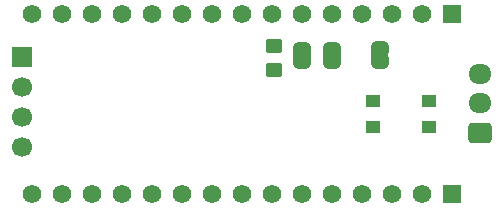
<source format=gbr>
%TF.GenerationSoftware,KiCad,Pcbnew,9.0.1*%
%TF.CreationDate,2025-04-21T23:50:01-04:00*%
%TF.ProjectId,can-nano-shield,63616e2d-6e61-46e6-9f2d-736869656c64,rev?*%
%TF.SameCoordinates,Original*%
%TF.FileFunction,Soldermask,Top*%
%TF.FilePolarity,Negative*%
%FSLAX46Y46*%
G04 Gerber Fmt 4.6, Leading zero omitted, Abs format (unit mm)*
G04 Created by KiCad (PCBNEW 9.0.1) date 2025-04-21 23:50:01*
%MOMM*%
%LPD*%
G01*
G04 APERTURE LIST*
G04 Aperture macros list*
%AMRoundRect*
0 Rectangle with rounded corners*
0 $1 Rounding radius*
0 $2 $3 $4 $5 $6 $7 $8 $9 X,Y pos of 4 corners*
0 Add a 4 corners polygon primitive as box body*
4,1,4,$2,$3,$4,$5,$6,$7,$8,$9,$2,$3,0*
0 Add four circle primitives for the rounded corners*
1,1,$1+$1,$2,$3*
1,1,$1+$1,$4,$5*
1,1,$1+$1,$6,$7*
1,1,$1+$1,$8,$9*
0 Add four rect primitives between the rounded corners*
20,1,$1+$1,$2,$3,$4,$5,0*
20,1,$1+$1,$4,$5,$6,$7,0*
20,1,$1+$1,$6,$7,$8,$9,0*
20,1,$1+$1,$8,$9,$2,$3,0*%
%AMFreePoly0*
4,1,23,0.500000,-0.750000,0.000000,-0.750000,0.000000,-0.745722,-0.065263,-0.745722,-0.191342,-0.711940,-0.304381,-0.646677,-0.396677,-0.554381,-0.461940,-0.441342,-0.495722,-0.315263,-0.495722,-0.250000,-0.500000,-0.250000,-0.500000,0.250000,-0.495722,0.250000,-0.495722,0.315263,-0.461940,0.441342,-0.396677,0.554381,-0.304381,0.646677,-0.191342,0.711940,-0.065263,0.745722,0.000000,0.745722,
0.000000,0.750000,0.500000,0.750000,0.500000,-0.750000,0.500000,-0.750000,$1*%
%AMFreePoly1*
4,1,23,0.000000,0.745722,0.065263,0.745722,0.191342,0.711940,0.304381,0.646677,0.396677,0.554381,0.461940,0.441342,0.495722,0.315263,0.495722,0.250000,0.500000,0.250000,0.500000,-0.250000,0.495722,-0.250000,0.495722,-0.315263,0.461940,-0.441342,0.396677,-0.554381,0.304381,-0.646677,0.191342,-0.711940,0.065263,-0.745722,0.000000,-0.745722,0.000000,-0.750000,-0.500000,-0.750000,
-0.500000,0.750000,0.000000,0.750000,0.000000,0.745722,0.000000,0.745722,$1*%
G04 Aperture macros list end*
%ADD10FreePoly0,270.000000*%
%ADD11FreePoly1,270.000000*%
%ADD12RoundRect,0.102000X0.685000X0.685000X-0.685000X0.685000X-0.685000X-0.685000X0.685000X-0.685000X0*%
%ADD13C,1.574000*%
%ADD14RoundRect,0.250000X0.725000X-0.600000X0.725000X0.600000X-0.725000X0.600000X-0.725000X-0.600000X0*%
%ADD15O,1.950000X1.700000*%
%ADD16RoundRect,0.250000X-0.450000X0.350000X-0.450000X-0.350000X0.450000X-0.350000X0.450000X0.350000X0*%
%ADD17R,1.219200X0.990600*%
%ADD18R,1.700000X1.700000*%
%ADD19C,1.700000*%
G04 APERTURE END LIST*
%TO.C,JP3*%
G36*
X139450000Y-88050000D02*
G01*
X137950000Y-88050000D01*
X137950000Y-88350000D01*
X139450000Y-88350000D01*
X139450000Y-88050000D01*
G37*
%TO.C,JP4*%
G36*
X142025000Y-88050000D02*
G01*
X140525000Y-88050000D01*
X140525000Y-88350000D01*
X142025000Y-88350000D01*
X142025000Y-88050000D01*
G37*
%TO.C,JP5*%
G36*
X146050000Y-88025000D02*
G01*
X144550000Y-88025000D01*
X144550000Y-88325000D01*
X146050000Y-88325000D01*
X146050000Y-88025000D01*
G37*
%TD*%
D10*
%TO.C,JP3*%
X138700000Y-87550000D03*
D11*
X138700000Y-88850000D03*
%TD*%
D10*
%TO.C,JP4*%
X141275000Y-87550000D03*
D11*
X141275000Y-88850000D03*
%TD*%
D12*
%TO.C,J2*%
X151400000Y-99930000D03*
D13*
X148860000Y-99930000D03*
X146320000Y-99930000D03*
X143780000Y-99930000D03*
X141240000Y-99930000D03*
X138700000Y-99930000D03*
X136160000Y-99930000D03*
X133620000Y-99930000D03*
X131080000Y-99930000D03*
X128540000Y-99930000D03*
X126000000Y-99930000D03*
X123460000Y-99930000D03*
X120920000Y-99930000D03*
X118380000Y-99930000D03*
X115840000Y-99930000D03*
%TD*%
D14*
%TO.C,J4*%
X153790000Y-94780000D03*
D15*
X153790000Y-92280000D03*
X153790000Y-89780000D03*
%TD*%
D16*
%TO.C,R1*%
X136325000Y-87425000D03*
X136325000Y-89425000D03*
%TD*%
D10*
%TO.C,JP5*%
X145300000Y-87525000D03*
D11*
X145300000Y-88825000D03*
%TD*%
D17*
%TO.C,T1*%
X144781000Y-94320000D03*
X149480000Y-94320000D03*
X149480000Y-92120000D03*
X144781000Y-92120000D03*
%TD*%
D12*
%TO.C,J1*%
X151405000Y-84700000D03*
D13*
X148865000Y-84700000D03*
X146325000Y-84700000D03*
X143785000Y-84700000D03*
X141245000Y-84700000D03*
X138705000Y-84700000D03*
X136165000Y-84700000D03*
X133625000Y-84700000D03*
X131085000Y-84700000D03*
X128545000Y-84700000D03*
X126005000Y-84700000D03*
X123465000Y-84700000D03*
X120925000Y-84700000D03*
X118385000Y-84700000D03*
X115845000Y-84700000D03*
%TD*%
D18*
%TO.C,J3*%
X115025000Y-88375000D03*
D19*
X115025000Y-90915000D03*
X115025000Y-93455000D03*
X115025000Y-95995000D03*
%TD*%
M02*

</source>
